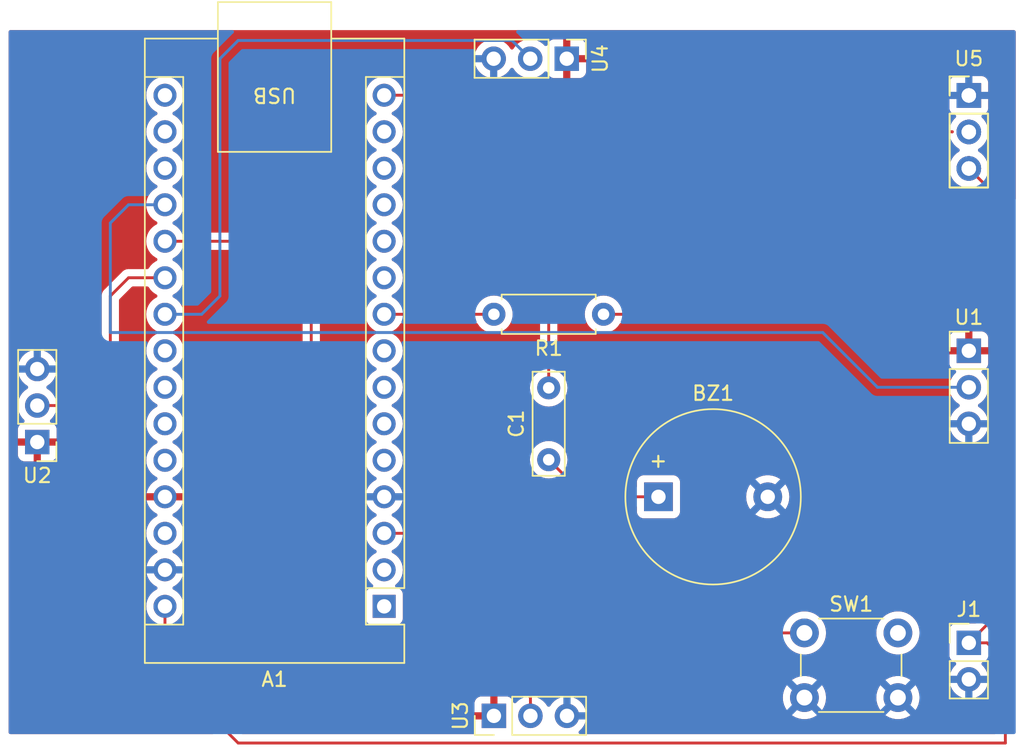
<source format=kicad_pcb>
(kicad_pcb (version 20221018) (generator pcbnew)
  (layers (0 "F.Cu" signal) (31 "B.Cu" signal) (34 "B.Paste" user) (35 "F.Paste" user) (36 "B.SilkS" user "B.Silkscreen") (37 "F.SilkS" user "F.Silkscreen") (38 "B.Mask" user) (39 "F.Mask" user) (44 "Edge.Cuts" user))
  (net 0 "")
  (net 3 "Net-(A1-~{RESET}-Pad3)")
  (net 4 "GND")
  (net 9 "Net-(A1-D6)")
  (net 15 "Net-(A1-D12)")
  (net 19 "Net-(A1-A0)")
  (net 20 "Net-(A1-A1)")
  (net 21 "Net-(A1-A2)")
  (net 22 "Net-(A1-A3)")
  (net 27 "+5V")
  (net 29 "VCC")
  (net 30 "Net-(BZ1-+)")
  (net 31 "Net-(U5-DIN)")
  (net 32 "Net-(U5-DOUT)")
  (net 33 "Net-(U6-DOUT)")
  (net 34 "Net-(U7-DOUT)")
  (footprint "Resistor_THT:R_Axial_DIN0207_L6.3mm_D2.5mm_P7.62mm_Horizontal" (layer "F.Cu") (at 140.97 91.44 180)
    (fp_text reference "R1" (at 3.81 -2.37) (layer "F.SilkS"))
    (fp_text value "500")
    (fp_line (start 0.54 -1.37) (end 7.08 -1.37) (stroke (width 0.12)) (layer "F.SilkS"))
    (fp_line (start 0.54 -1.04) (end 0.54 -1.37) (stroke (width 0.12)) (layer "F.SilkS"))
    (fp_line (start 0.54 1.04) (end 0.54 1.37) (stroke (width 0.12)) (layer "F.SilkS"))
    (fp_line (start 0.54 1.37) (end 7.08 1.37) (stroke (width 0.12)) (layer "F.SilkS"))
    (fp_line (start 7.08 -1.37) (end 7.08 -1.04) (stroke (width 0.12)) (layer "F.SilkS"))
    (fp_line (start 7.08 1.37) (end 7.08 1.04) (stroke (width 0.12)) (layer "F.SilkS"))
    (pad "1" thru_hole circle (at 0 0 180) (size 1.6 1.6) (drill 0.8) (layers "*.Cu" "*.Mask") (net 31 "Net-(U5-DIN)"))
    (pad "2" thru_hole oval (at 7.62 0 180) (size 1.6 1.6) (drill 0.8) (layers "*.Cu" "*.Mask") (net 9 "Net-(A1-D6)"))
  )
  (footprint "Connector_PinHeader_2.54mm:PinHeader_1x03_P2.54mm_Vertical" (layer "F.Cu") (at 166.37 76.215)
    (fp_text reference "U8" hide)
    (fp_text value "red" hide)
    (fp_line (start -1.33 -1.33) (end 0 -1.33) (stroke (width 0.12)) (layer "F.SilkS"))
    (fp_line (start -1.33 0) (end -1.33 -1.33) (stroke (width 0.12)) (layer "F.SilkS"))
    (fp_line (start -1.33 1.27) (end -1.33 6.41) (stroke (width 0.12)) (layer "F.SilkS"))
    (fp_line (start -1.33 1.27) (end 1.33 1.27) (stroke (width 0.12)) (layer "F.SilkS"))
    (fp_line (start -1.33 6.41) (end 1.33 6.41) (stroke (width 0.12)) (layer "F.SilkS"))
    (fp_line (start 1.33 1.27) (end 1.33 6.41) (stroke (width 0.12)) (layer "F.SilkS"))
    (pad "1" thru_hole rect (at 0 0) (size 1.7 1.7) (drill 1) (layers "*.Cu" "*.Mask") (net 4 "GND"))
    (pad "2" thru_hole oval (at 0 2.54) (size 1.7 1.7) (drill 1) (layers "*.Cu" "*.Mask") (net 34 "Net-(U7-DOUT)"))
    (pad "3" thru_hole oval (at 0 5.08) (size 1.7 1.7) (drill 1) (layers "*.Cu" "*.Mask") (net 29 "VCC"))
  )
  (footprint "Capacitor_THT:C_Rect_L7.0mm_W2.0mm_P5.00mm" (layer "F.Cu") (at 137.16 101.56 90)
    (fp_text reference "C1" (at 2.5 -2.25 90) (layer "F.SilkS"))
    (fp_text value "1µF")
    (fp_line (start -1.12 -1.12) (end -1.12 1.12) (stroke (width 0.12)) (layer "F.SilkS"))
    (fp_line (start -1.12 -1.12) (end 6.12 -1.12) (stroke (width 0.12)) (layer "F.SilkS"))
    (fp_line (start -1.12 1.12) (end 6.12 1.12) (stroke (width 0.12)) (layer "F.SilkS"))
    (fp_line (start 6.12 -1.12) (end 6.12 1.12) (stroke (width 0.12)) (layer "F.SilkS"))
    (pad "1" thru_hole circle (at 0 0 90) (size 1.6 1.6) (drill 0.8) (layers "*.Cu" "*.Mask") (net 30 "Net-(BZ1-+)"))
    (pad "2" thru_hole circle (at 5 0 90) (size 1.6 1.6) (drill 0.8) (layers "*.Cu" "*.Mask") (net 15 "Net-(A1-D12)"))
  )
  (footprint "Connector_PinHeader_2.54mm:PinHeader_1x03_P2.54mm_Vertical" (layer "F.Cu") (at 101.6 100.33 180)
    (fp_text reference "U2" (at 0 -2.33) (layer "F.SilkS"))
    (fp_text value "green")
    (fp_line (start -1.33 -1.33) (end 0 -1.33) (stroke (width 0.12)) (layer "F.SilkS"))
    (fp_line (start -1.33 0) (end -1.33 -1.33) (stroke (width 0.12)) (layer "F.SilkS"))
    (fp_line (start -1.33 1.27) (end -1.33 6.41) (stroke (width 0.12)) (layer "F.SilkS"))
    (fp_line (start -1.33 1.27) (end 1.33 1.27) (stroke (width 0.12)) (layer "F.SilkS"))
    (fp_line (start -1.33 6.41) (end 1.33 6.41) (stroke (width 0.12)) (layer "F.SilkS"))
    (fp_line (start 1.33 1.27) (end 1.33 6.41) (stroke (width 0.12)) (layer "F.SilkS"))
    (pad "1" thru_hole rect (at 0 0 180) (size 1.7 1.7) (drill 1) (layers "*.Cu" "*.Mask") (net 27 "+5V"))
    (pad "2" thru_hole oval (at 0 2.54 180) (size 1.7 1.7) (drill 1) (layers "*.Cu" "*.Mask") (net 21 "Net-(A1-A2)"))
    (pad "3" thru_hole oval (at 0 5.08 180) (size 1.7 1.7) (drill 1) (layers "*.Cu" "*.Mask") (net 4 "GND"))
  )
  (footprint "Connector_PinHeader_2.54mm:PinHeader_1x03_P2.54mm_Vertical" (layer "F.Cu") (at 166.37 93.98)
    (fp_text reference "U1" (at 0 -2.33) (layer "F.SilkS"))
    (fp_text value "blue")
    (fp_line (start -1.33 -1.33) (end 0 -1.33) (stroke (width 0.12)) (layer "F.SilkS"))
    (fp_line (start -1.33 0) (end -1.33 -1.33) (stroke (width 0.12)) (layer "F.SilkS"))
    (fp_line (start -1.33 1.27) (end -1.33 6.41) (stroke (width 0.12)) (layer "F.SilkS"))
    (fp_line (start -1.33 1.27) (end 1.33 1.27) (stroke (width 0.12)) (layer "F.SilkS"))
    (fp_line (start -1.33 6.41) (end 1.33 6.41) (stroke (width 0.12)) (layer "F.SilkS"))
    (fp_line (start 1.33 1.27) (end 1.33 6.41) (stroke (width 0.12)) (layer "F.SilkS"))
    (pad "1" thru_hole rect (at 0 0) (size 1.7 1.7) (drill 1) (layers "*.Cu" "*.Mask") (net 27 "+5V"))
    (pad "2" thru_hole oval (at 0 2.54) (size 1.7 1.7) (drill 1) (layers "*.Cu" "*.Mask") (net 19 "Net-(A1-A0)"))
    (pad "3" thru_hole oval (at 0 5.08) (size 1.7 1.7) (drill 1) (layers "*.Cu" "*.Mask") (net 4 "GND"))
  )
  (footprint "Button_Switch_THT:SW_PUSH_6mm" (layer "F.Cu") (at 154.94 113.61)
    (fp_text reference "SW1" (at 3.25 -2) (layer "F.SilkS"))
    (fp_text value "reset")
    (fp_line (start -0.25 1.5) (end -0.25 3) (stroke (width 0.12)) (layer "F.SilkS"))
    (fp_line (start 1 5.5) (end 5.5 5.5) (stroke (width 0.12)) (layer "F.SilkS"))
    (fp_line (start 5.5 -1) (end 1 -1) (stroke (width 0.12)) (layer "F.SilkS"))
    (fp_line (start 6.75 3) (end 6.75 1.5) (stroke (width 0.12)) (layer "F.SilkS"))
    (pad "1" thru_hole circle (at 0 0 90) (size 2 2) (drill 1.1) (layers "*.Cu" "*.Mask") (net 3 "Net-(A1-~{RESET}-Pad3)"))
    (pad "1" thru_hole circle (at 6.5 0 90) (size 2 2) (drill 1.1) (layers "*.Cu" "*.Mask") (net 3 "Net-(A1-~{RESET}-Pad3)"))
    (pad "2" thru_hole circle (at 0 4.5 90) (size 2 2) (drill 1.1) (layers "*.Cu" "*.Mask") (net 4 "GND"))
    (pad "2" thru_hole circle (at 6.5 4.5 90) (size 2 2) (drill 1.1) (layers "*.Cu" "*.Mask") (net 4 "GND"))
  )
  (footprint "Connector_PinHeader_2.54mm:PinHeader_1x03_P2.54mm_Vertical" (layer "F.Cu") (at 166.37 76.215)
    (fp_text reference "U7" hide)
    (fp_text value "green" hide)
    (fp_line (start -1.33 -1.33) (end 0 -1.33) (stroke (width 0.12)) (layer "F.SilkS"))
    (fp_line (start -1.33 0) (end -1.33 -1.33) (stroke (width 0.12)) (layer "F.SilkS"))
    (fp_line (start -1.33 1.27) (end -1.33 6.41) (stroke (width 0.12)) (layer "F.SilkS"))
    (fp_line (start -1.33 1.27) (end 1.33 1.27) (stroke (width 0.12)) (layer "F.SilkS"))
    (fp_line (start -1.33 6.41) (end 1.33 6.41) (stroke (width 0.12)) (layer "F.SilkS"))
    (fp_line (start 1.33 1.27) (end 1.33 6.41) (stroke (width 0.12)) (layer "F.SilkS"))
    (pad "1" thru_hole rect (at 0 0) (size 1.7 1.7) (drill 1) (layers "*.Cu" "*.Mask") (net 4 "GND"))
    (pad "2" thru_hole oval (at 0 2.54) (size 1.7 1.7) (drill 1) (layers "*.Cu" "*.Mask") (net 33 "Net-(U6-DOUT)"))
    (pad "3" thru_hole oval (at 0 5.08) (size 1.7 1.7) (drill 1) (layers "*.Cu" "*.Mask") (net 29 "VCC"))
  )
  (footprint "Connector_PinHeader_2.54mm:PinHeader_1x02_P2.54mm_Vertical" (layer "F.Cu") (at 166.37 114.3)
    (fp_text reference "J1" (at 0 -2.33) (layer "F.SilkS"))
    (fp_text value "5-7V DC")
    (fp_line (start -1.33 -1.33) (end 0 -1.33) (stroke (width 0.12)) (layer "F.SilkS"))
    (fp_line (start -1.33 0) (end -1.33 -1.33) (stroke (width 0.12)) (layer "F.SilkS"))
    (fp_line (start -1.33 1.27) (end -1.33 3.87) (stroke (width 0.12)) (layer "F.SilkS"))
    (fp_line (start -1.33 1.27) (end 1.33 1.27) (stroke (width 0.12)) (layer "F.SilkS"))
    (fp_line (start -1.33 3.87) (end 1.33 3.87) (stroke (width 0.12)) (layer "F.SilkS"))
    (fp_line (start 1.33 1.27) (end 1.33 3.87) (stroke (width 0.12)) (layer "F.SilkS"))
    (pad "1" thru_hole rect (at 0 0) (size 1.7 1.7) (drill 1) (layers "*.Cu" "*.Mask") (net 29 "VCC"))
    (pad "2" thru_hole oval (at 0 2.54) (size 1.7 1.7) (drill 1) (layers "*.Cu" "*.Mask") (net 4 "GND"))
  )
  (footprint "Buzzer_Beeper:Buzzer_12x9.5RM7.6" (layer "F.Cu") (at 144.79 104.14)
    (fp_text reference "BZ1" (at 3.8 -7.2) (layer "F.SilkS"))
    (fp_text value "Buzzer")
    (fp_text user "+" (at -0.01 -2.54) (layer "F.SilkS"))
    (fp_circle (center 3.8 0) (end 9.9 0) (stroke (width 0.12)) (fill none) (layer "F.SilkS"))
    (pad "1" thru_hole rect (at 0 0) (size 2 2) (drill 1) (layers "*.Cu" "*.Mask") (net 30 "Net-(BZ1-+)"))
    (pad "2" thru_hole circle (at 7.6 0) (size 2 2) (drill 1) (layers "*.Cu" "*.Mask") (net 4 "GND"))
  )
  (footprint "Connector_PinHeader_2.54mm:PinHeader_1x03_P2.54mm_Vertical" (layer "F.Cu") (at 138.415 73.66 -90)
    (fp_text reference "U4" (at 0 -2.33 90) (layer "F.SilkS"))
    (fp_text value "red")
    (fp_line (start -1.33 -1.33) (end 0 -1.33) (stroke (width 0.12)) (layer "F.SilkS"))
    (fp_line (start -1.33 0) (end -1.33 -1.33) (stroke (width 0.12)) (layer "F.SilkS"))
    (fp_line (start -1.33 1.27) (end -1.33 6.41) (stroke (width 0.12)) (layer "F.SilkS"))
    (fp_line (start -1.33 1.27) (end 1.33 1.27) (stroke (width 0.12)) (layer "F.SilkS"))
    (fp_line (start -1.33 6.41) (end 1.33 6.41) (stroke (width 0.12)) (layer "F.SilkS"))
    (fp_line (start 1.33 1.27) (end 1.33 6.41) (stroke (width 0.12)) (layer "F.SilkS"))
    (pad "1" thru_hole rect (at 0 0 270) (size 1.7 1.7) (drill 1) (layers "*.Cu" "*.Mask") (net 27 "+5V"))
    (pad "2" thru_hole oval (at 0 2.54 270) (size 1.7 1.7) (drill 1) (layers "*.Cu" "*.Mask") (net 22 "Net-(A1-A3)"))
    (pad "3" thru_hole oval (at 0 5.08 270) (size 1.7 1.7) (drill 1) (layers "*.Cu" "*.Mask") (net 4 "GND"))
  )
  (footprint "Connector_PinHeader_2.54mm:PinHeader_1x03_P2.54mm_Vertical" (layer "F.Cu") (at 166.37 76.215)
    (fp_text reference "U5" (at 0 -2.555) (layer "F.SilkS"))
    (fp_text value "blue")
    (fp_line (start -1.33 -1.33) (end 0 -1.33) (stroke (width 0.12)) (layer "F.SilkS"))
    (fp_line (start -1.33 0) (end -1.33 -1.33) (stroke (width 0.12)) (layer "F.SilkS"))
    (fp_line (start -1.33 1.27) (end -1.33 6.41) (stroke (width 0.12)) (layer "F.SilkS"))
    (fp_line (start -1.33 1.27) (end 1.33 1.27) (stroke (width 0.12)) (layer "F.SilkS"))
    (fp_line (start -1.33 6.41) (end 1.33 6.41) (stroke (width 0.12)) (layer "F.SilkS"))
    (fp_line (start 1.33 1.27) (end 1.33 6.41) (stroke (width 0.12)) (layer "F.SilkS"))
    (pad "1" thru_hole rect (at 0 0) (size 1.7 1.7) (drill 1) (layers "*.Cu" "*.Mask") (net 4 "GND"))
    (pad "2" thru_hole oval (at 0 2.54) (size 1.7 1.7) (drill 1) (layers "*.Cu" "*.Mask") (net 31 "Net-(U5-DIN)"))
    (pad "3" thru_hole oval (at 0 5.08) (size 1.7 1.7) (drill 1) (layers "*.Cu" "*.Mask") (net 29 "VCC"))
  )
  (footprint "Connector_PinHeader_2.54mm:PinHeader_1x03_P2.54mm_Vertical" (layer "F.Cu") (at 133.35 119.38 90)
    (fp_text reference "U3" (at 0 -2.33 90) (layer "F.SilkS"))
    (fp_text value "yellow")
    (fp_line (start -1.33 -1.33) (end 0 -1.33) (stroke (width 0.12)) (layer "F.SilkS"))
    (fp_line (start -1.33 0) (end -1.33 -1.33) (stroke (width 0.12)) (layer "F.SilkS"))
    (fp_line (start -1.33 1.27) (end -1.33 6.41) (stroke (width 0.12)) (layer "F.SilkS"))
    (fp_line (start -1.33 1.27) (end 1.33 1.27) (stroke (width 0.12)) (layer "F.SilkS"))
    (fp_line (start -1.33 6.41) (end 1.33 6.41) (stroke (width 0.12)) (layer "F.SilkS"))
    (fp_line (start 1.33 1.27) (end 1.33 6.41) (stroke (width 0.12)) (layer "F.SilkS"))
    (pad "1" thru_hole rect (at 0 0 90) (size 1.7 1.7) (drill 1) (layers "*.Cu" "*.Mask") (net 27 "+5V"))
    (pad "2" thru_hole oval (at 0 2.54 90) (size 1.7 1.7) (drill 1) (layers "*.Cu" "*.Mask") (net 20 "Net-(A1-A1)"))
    (pad "3" thru_hole oval (at 0 5.08 90) (size 1.7 1.7) (drill 1) (layers "*.Cu" "*.Mask") (net 4 "GND"))
  )
  (footprint "Connector_PinHeader_2.54mm:PinHeader_1x03_P2.54mm_Vertical" (layer "F.Cu") (at 166.37 76.215)
    (fp_text reference "U6" hide)
    (fp_text value "yellow" hide)
    (fp_line (start -1.33 -1.33) (end 0 -1.33) (stroke (width 0.12)) (layer "F.SilkS"))
    (fp_line (start -1.33 0) (end -1.33 -1.33) (stroke (width 0.12)) (layer "F.SilkS"))
    (fp_line (start -1.33 1.27) (end -1.33 6.41) (stroke (width 0.12)) (layer "F.SilkS"))
    (fp_line (start -1.33 1.27) (end 1.33 1.27) (stroke (width 0.12)) (layer "F.SilkS"))
    (fp_line (start -1.33 6.41) (end 1.33 6.41) (stroke (width 0.12)) (layer "F.SilkS"))
    (fp_line (start 1.33 1.27) (end 1.33 6.41) (stroke (width 0.12)) (layer "F.SilkS"))
    (pad "1" thru_hole rect (at 0 0) (size 1.7 1.7) (drill 1) (layers "*.Cu" "*.Mask") (net 4 "GND"))
    (pad "2" thru_hole oval (at 0 2.54) (size 1.7 1.7) (drill 1) (layers "*.Cu" "*.Mask") (net 32 "Net-(U5-DOUT)"))
    (pad "3" thru_hole oval (at 0 5.08) (size 1.7 1.7) (drill 1) (layers "*.Cu" "*.Mask") (net 29 "VCC"))
  )
  (footprint "Module:Arduino_Nano" (layer "F.Cu") (at 125.72 111.76 180)
    (fp_text reference "A1" (at 7.62 -5.08) (layer "F.SilkS"))
    (fp_text value "Arduino_Nano_v3.x")
    (fp_text user "USB" (at 7.62 35.56 180 unlocked) (layer "F.SilkS"))
    (fp_line (start -1.4 -3.94) (end -1.4 -1.27) (stroke (width 0.12)) (layer "F.SilkS"))
    (fp_line (start -1.4 1.27) (end -1.4 39.5) (stroke (width 0.12)) (layer "F.SilkS"))
    (fp_line (start -1.4 39.5) (end 3.68 39.5) (stroke (width 0.12)) (layer "F.SilkS"))
    (fp_line (start 1.27 -1.27) (end -1.4 -1.27) (stroke (width 0.12)) (layer "F.SilkS"))
    (fp_line (start 1.27 1.27) (end -1.4 1.27) (stroke (width 0.12)) (layer "F.SilkS"))
    (fp_line (start 1.27 1.27) (end 1.27 -1.27) (stroke (width 0.12)) (layer "F.SilkS"))
    (fp_line (start 1.27 1.27) (end 1.27 36.83) (stroke (width 0.12)) (layer "F.SilkS"))
    (fp_line (start 1.27 36.83) (end -1.4 36.83) (stroke (width 0.12)) (layer "F.SilkS"))
    (fp_line (start 3.68 31.62) (end 11.56 31.62) (stroke (width 0.12)) (layer "F.SilkS"))
    (fp_line (start 3.68 42.04) (end 3.68 31.62) (stroke (width 0.12)) (layer "F.SilkS"))
    (fp_line (start 11.56 31.62) (end 11.56 42.04) (stroke (width 0.12)) (layer "F.SilkS"))
    (fp_line (start 11.56 42.04) (end 3.68 42.04) (stroke (width 0.12)) (layer "F.SilkS"))
    (fp_line (start 13.97 -1.27) (end 13.97 36.83) (stroke (width 0.12)) (layer "F.SilkS"))
    (fp_line (start 13.97 -1.27) (end 16.64 -1.27) (stroke (width 0.12)) (layer "F.SilkS"))
    (fp_line (start 13.97 36.83) (end 16.64 36.83) (stroke (width 0.12)) (layer "F.SilkS"))
    (fp_line (start 16.64 -3.94) (end -1.4 -3.94) (stroke (width 0.12)) (layer "F.SilkS"))
    (fp_line (start 16.64 39.5) (end 11.56 39.5) (stroke (width 0.12)) (layer "F.SilkS"))
    (fp_line (start 16.64 39.5) (end 16.64 -3.94) (stroke (width 0.12)) (layer "F.SilkS"))
    (pad "1" thru_hole rect (at 0 0 180) (size 1.6 1.6) (drill 1) (layers "*.Cu" "*.Mask"))
    (pad "2" thru_hole oval (at 0 2.54 180) (size 1.6 1.6) (drill 1) (layers "*.Cu" "*.Mask"))
    (pad "3" thru_hole oval (at 0 5.08 180) (size 1.6 1.6) (drill 1) (layers "*.Cu" "*.Mask") (net 3 "Net-(A1-~{RESET}-Pad3)"))
    (pad "4" thru_hole oval (at 0 7.62 180) (size 1.6 1.6) (drill 1) (layers "*.Cu" "*.Mask") (net 4 "GND"))
    (pad "5" thru_hole oval (at 0 10.16 180) (size 1.6 1.6) (drill 1) (layers "*.Cu" "*.Mask"))
    (pad "6" thru_hole oval (at 0 12.7 180) (size 1.6 1.6) (drill 1) (layers "*.Cu" "*.Mask"))
    (pad "7" thru_hole oval (at 0 15.24 180) (size 1.6 1.6) (drill 1) (layers "*.Cu" "*.Mask"))
    (pad "8" thru_hole oval (at 0 17.78 180) (size 1.6 1.6) (drill 1) (layers "*.Cu" "*.Mask"))
    (pad "9" thru_hole oval (at 0 20.32 180) (size 1.6 1.6) (drill 1) (layers "*.Cu" "*.Mask") (net 9 "Net-(A1-D6)"))
    (pad "10" thru_hole oval (at 0 22.86 180) (size 1.6 1.6) (drill 1) (layers "*.Cu" "*.Mask"))
    (pad "11" thru_hole oval (at 0 25.4 180) (size 1.6 1.6) (drill 1) (layers "*.Cu" "*.Mask"))
    (pad "12" thru_hole oval (at 0 27.94 180) (size 1.6 1.6) (drill 1) (layers "*.Cu" "*.Mask"))
    (pad "13" thru_hole oval (at 0 30.48 180) (size 1.6 1.6) (drill 1) (layers "*.Cu" "*.Mask"))
    (pad "14" thru_hole oval (at 0 33.02 180) (size 1.6 1.6) (drill 1) (layers "*.Cu" "*.Mask"))
    (pad "15" thru_hole oval (at 0 35.56 180) (size 1.6 1.6) (drill 1) (layers "*.Cu" "*.Mask") (net 15 "Net-(A1-D12)"))
    (pad "16" thru_hole oval (at 15.24 35.56 180) (size 1.6 1.6) (drill 1) (layers "*.Cu" "*.Mask"))
    (pad "17" thru_hole oval (at 15.24 33.02 180) (size 1.6 1.6) (drill 1) (layers "*.Cu" "*.Mask"))
    (pad "18" thru_hole oval (at 15.24 30.48 180) (size 1.6 1.6) (drill 1) (layers "*.Cu" "*.Mask"))
    (pad "19" thru_hole oval (at 15.24 27.94 180) (size 1.6 1.6) (drill 1) (layers "*.Cu" "*.Mask") (net 19 "Net-(A1-A0)"))
    (pad "20" thru_hole oval (at 15.24 25.4 180) (size 1.6 1.6) (drill 1) (layers "*.Cu" "*.Mask") (net 20 "Net-(A1-A1)"))
    (pad "21" thru_hole oval (at 15.24 22.86 180) (size 1.6 1.6) (drill 1) (layers "*.Cu" "*.Mask") (net 21 "Net-(A1-A2)"))
    (pad "22" thru_hole oval (at 15.24 20.32 180) (size 1.6 1.6) (drill 1) (layers "*.Cu" "*.Mask") (net 22 "Net-(A1-A3)"))
    (pad "23" thru_hole oval (at 15.24 17.78 180) (size 1.6 1.6) (drill 1) (layers "*.Cu" "*.Mask"))
    (pad "24" thru_hole oval (at 15.24 15.24 180) (size 1.6 1.6) (drill 1) (layers "*.Cu" "*.Mask"))
    (pad "25" thru_hole oval (at 15.24 12.7 180) (size 1.6 1.6) (drill 1) (layers "*.Cu" "*.Mask"))
    (pad "26" thru_hole oval (at 15.24 10.16 180) (size 1.6 1.6) (drill 1) (layers "*.Cu" "*.Mask"))
    (pad "27" thru_hole oval (at 15.24 7.62 180) (size 1.6 1.6) (drill 1) (layers "*.Cu" "*.Mask") (net 27 "+5V"))
    (pad "28" thru_hole oval (at 15.24 5.08 180) (size 1.6 1.6) (drill 1) (layers "*.Cu" "*.Mask"))
    (pad "29" thru_hole oval (at 15.24 2.54 180) (size 1.6 1.6) (drill 1) (layers "*.Cu" "*.Mask") (net 4 "GND"))
    (pad "30" thru_hole oval (at 15.24 0 180) (size 1.6 1.6) (drill 1) (layers "*.Cu" "*.Mask") (net 29 "VCC"))
  )
  (segment (start 154.94 113.61) (end 136.47 113.61) (width 0.2) (layer "F.Cu") (net 3))
  (segment (start 129.54 106.68) (end 125.72 106.68) (width 0.2) (layer "F.Cu") (net 3))
  (segment (start 136.47 113.61) (end 129.54 106.68) (width 0.2) (layer "F.Cu") (net 3))
  (segment (start 133.35 91.44) (end 125.72 91.44) (width 0.2) (layer "F.Cu") (net 9))
  (segment (start 125.72 76.2) (end 128.27 76.2) (width 0.2) (layer "F.Cu") (net 15))
  (segment (start 137.16 85.09) (end 137.16 96.56) (width 0.2) (layer "F.Cu") (net 15))
  (segment (start 128.27 76.2) (end 137.16 85.09) (width 0.2) (layer "F.Cu") (net 15))
  (segment (start 106.68 92.71) (end 156.21 92.71) (width 0.2) (layer "B.Cu") (net 19))
  (segment (start 107.95 83.82) (end 106.68 85.09) (width 0.2) (layer "B.Cu") (net 19))
  (segment (start 156.21 92.71) (end 160.02 96.52) (width 0.2) (layer "B.Cu") (net 19))
  (segment (start 106.68 85.09) (end 106.68 92.71) (width 0.2) (layer "B.Cu") (net 19))
  (segment (start 160.02 96.52) (end 166.37 96.52) (width 0.2) (layer "B.Cu") (net 19))
  (segment (start 110.48 83.82) (end 107.95 83.82) (width 0.2) (layer "B.Cu") (net 19))
  (segment (start 120.65 116.84) (end 120.65 90.17) (width 0.2) (layer "F.Cu") (net 20))
  (segment (start 120.65 90.17) (end 116.84 86.36) (width 0.2) (layer "F.Cu") (net 20))
  (segment (start 135.89 118.11) (end 134.62 116.84) (width 0.2) (layer "F.Cu") (net 20))
  (segment (start 135.89 119.38) (end 135.89 118.11) (width 0.2) (layer "F.Cu") (net 20))
  (segment (start 116.84 86.36) (end 110.48 86.36) (width 0.2) (layer "F.Cu") (net 20))
  (segment (start 134.62 116.84) (end 120.65 116.84) (width 0.2) (layer "F.Cu") (net 20))
  (segment (start 105.41 97.79) (end 101.6 97.79) (width 0.2) (layer "F.Cu") (net 21))
  (segment (start 107.95 88.9) (end 106.68 90.17) (width 0.2) (layer "F.Cu") (net 21))
  (segment (start 110.48 88.9) (end 107.95 88.9) (width 0.2) (layer "F.Cu") (net 21))
  (segment (start 106.68 96.52) (end 105.41 97.79) (width 0.2) (layer "F.Cu") (net 21))
  (segment (start 106.68 90.17) (end 106.68 96.52) (width 0.2) (layer "F.Cu") (net 21))
  (segment (start 114.3 73.66) (end 115.57 72.39) (width 0.2) (layer "B.Cu") (net 22))
  (segment (start 113.03 91.44) (end 114.3 90.17) (width 0.2) (layer "B.Cu") (net 22))
  (segment (start 115.57 72.39) (end 134.605 72.39) (width 0.2) (layer "B.Cu") (net 22))
  (segment (start 134.605 72.39) (end 135.875 73.66) (width 0.2) (layer "B.Cu") (net 22))
  (segment (start 110.48 91.44) (end 113.03 91.44) (width 0.2) (layer "B.Cu") (net 22))
  (segment (start 114.3 90.17) (end 114.3 73.66) (width 0.2) (layer "B.Cu") (net 22))
  (segment (start 115.57 121.27) (end 168.91 121.27) (width 0.2) (layer "F.Cu") (net 29))
  (segment (start 110.48 111.76) (end 110.48 116.18) (width 0.2) (layer "F.Cu") (net 29))
  (segment (start 110.48 116.18) (end 115.57 121.27) (width 0.2) (layer "F.Cu") (net 29))
  (segment (start 167.64 114.3) (end 166.37 114.3) (width 0.2) (layer "F.Cu") (net 29))
  (segment (start 168.91 111.76) (end 168.91 83.82) (width 0.2) (layer "F.Cu") (net 29))
  (segment (start 168.91 121.27) (end 168.91 115.57) (width 0.2) (layer "F.Cu") (net 29))
  (segment (start 166.37 114.3) (end 168.91 111.76) (width 0.2) (layer "F.Cu") (net 29))
  (segment (start 168.895 83.82) (end 166.37 81.295) (width 0.2) (layer "F.Cu") (net 29))
  (segment (start 168.91 115.57) (end 167.64 114.3) (width 0.2) (layer "F.Cu") (net 29))
  (segment (start 168.91 83.82) (end 168.895 83.82) (width 0.2) (layer "F.Cu") (net 29))
  (segment (start 144.79 104.14) (end 139.74 104.14) (width 0.2) (layer "F.Cu") (net 30))
  (segment (start 139.74 104.14) (end 137.16 101.56) (width 0.2) (layer "F.Cu") (net 30))
  (segment (start 151.13 91.44) (end 153.67 88.9) (width 0.2) (layer "F.Cu") (net 31))
  (segment (start 140.97 91.44) (end 151.13 91.44) (width 0.2) (layer "F.Cu") (net 31))
  (segment (start 153.67 88.9) (end 153.67 81.28) (width 0.2) (layer "F.Cu") (net 31))
  (segment (start 153.67 81.28) (end 156.21 78.74) (width 0.2) (layer "F.Cu") (net 31))
  (segment (start 156.21 78.74) (end 165.22 78.74) (width 0.2) (layer "F.Cu") (net 31))
  (segment (start 165.22 78.74) (end 165.22 78.755) (width 0.2) (layer "F.Cu") (net 31))
  (zone (net 27) (net_name "+5V") (layer "F.Cu") (connect_pads (clearance 0.5)) (min_thickness 0.25) (fill yes (thermal_gap 0.5) (thermal_bridge_width 0.5))
    (polygon (pts (xy 170.18 71.12) (xy 99.06 71.12) (xy 99.06 120.65) (xy 170.18 120.65) (xy 170.18 72.39)))
  )
  (zone (net 4) (net_name "GND") (layer "B.Cu") (priority 1) (connect_pads (clearance 0.5)) (min_thickness 0.25) (fill yes (thermal_gap 0.5) (thermal_bridge_width 0.5))
    (polygon (pts (xy 99.06 71.12) (xy 170.18 71.12) (xy 170.18 120.65) (xy 99.06 120.65)))
  )
)
</source>
